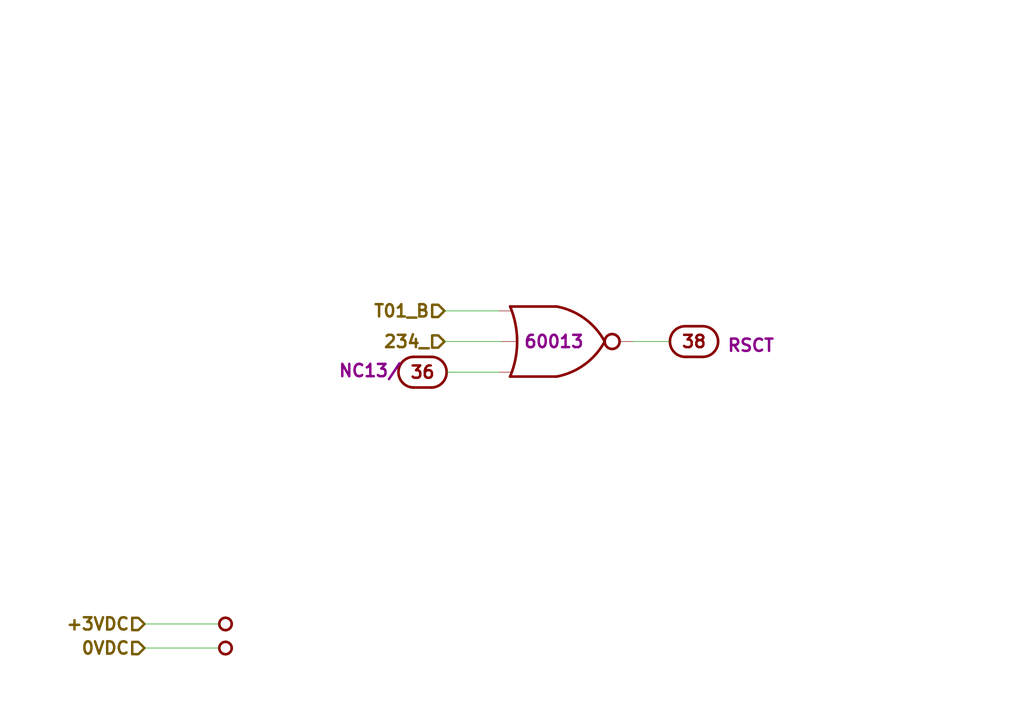
<source format=kicad_sch>
(kicad_sch (version 20211123) (generator eeschema)
  (paper "A4")
  (title_block (title "BLOCK I LOGIC FLOW S, MODULE A21, DRAWING 1006556") (date "2018-11-25") (rev "Draft") (comment 1 "Modules A21"))
  (wire (pts (xy 145.415 99.06) (xy 128.905 99.06)))
  (wire (pts (xy 144.78 107.95) (xy 129.54 107.95)))
  (wire (pts (xy 41.91 187.96) (xy 63.5 187.96)))
  (wire (pts (xy 183.515 99.06) (xy 194.31 99.06)))
  (wire (pts (xy 144.78 90.17) (xy 128.905 90.17)))
  (wire (pts (xy 41.91 180.975) (xy 63.5 180.975)))
  (hierarchical_label "0VDC" (shape input) (at 41.91 187.96 180) (effects (font (size 3.556 3.556) (thickness 0.7112) bold)))
  (hierarchical_label "+3VDC" (shape input) (at 41.91 180.975 180) (effects (font (size 3.556 3.556) (thickness 0.7112) bold)))
  (hierarchical_label "234_" (shape input) (at 128.905 99.06 180) (effects (font (size 3.556 3.556) (thickness 0.7112) bold)))
  (hierarchical_label "T01_B" (shape input) (at 128.905 90.17 180) (effects (font (size 3.556 3.556) (thickness 0.7112) bold)))
  (symbol (lib_id "AGC_DSKY:ConnectorGeneric") (at 201.295 99.06 180) (unit 38)
    (property "Reference" "J1" (effects hide))
    (property "Value" "ConnectorGeneric" (effects hide))
    (property "Caption" "RSCT" (at 217.805 97.79 0) (effects (font (size 3.556 3.556) bold) (justify bottom)))
  )
  (symbol (lib_id "AGC_DSKY:ConnectorGeneric") (at 122.555 107.95 0) (unit 36)
    (property "Reference" "J1" (effects hide))
    (property "Value" "ConnectorGeneric" (effects hide))
    (property "Caption" "NC13/" (at 107.315 109.855 0) (effects (font (size 3.556 3.556) bold) (justify bottom)))
  )
  (symbol (lib_id "D3NOR-+3VDC-0VDC-nd1021041:D3NOR-+3VDC-0VDC-nd1021041-135-___") (at 160.655 99.06 0) (unit 1)
    (property "Reference" "U2401" (effects hide))
    (property "Value" "D3NOR-+3VDC-0VDC-nd1021041-135-___" (effects hide))
    (property "Location" "60013" (at 160.655 99.06 0) (effects (font (size 3.556 3.556) bold)))
  )
  (symbol (lib_id "AGC_DSKY:Node2") (at 65.405 180.975 180)
    (property "Reference" "N2301" (effects hide))
    (property "Value" "Node2" (effects hide))
    (property "Caption" "+3VDC" (effects hide))
  )
  (symbol (lib_id "AGC_DSKY:Node2") (at 65.405 187.96 180)
    (property "Reference" "N2302" (effects hide))
    (property "Value" "Node2" (effects hide))
    (property "Caption" "0VDC" (effects hide))
  )
)
</source>
